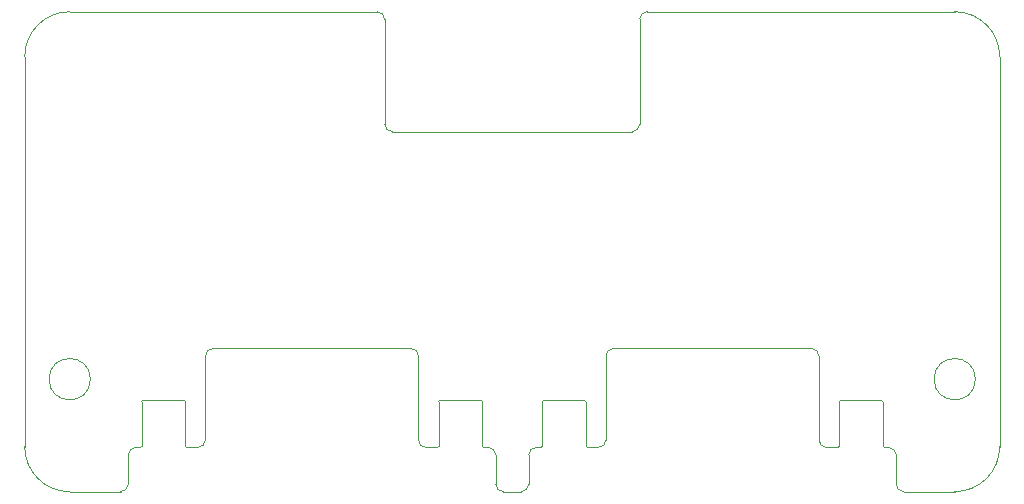
<source format=gm1>
%TF.GenerationSoftware,KiCad,Pcbnew,(5.1.8)-1*%
%TF.CreationDate,2021-02-22T12:03:38+01:00*%
%TF.ProjectId,Amiga Mouse Switch Faceplate A1,416d6967-6120-44d6-9f75-736520537769,rev?*%
%TF.SameCoordinates,Original*%
%TF.FileFunction,Profile,NP*%
%FSLAX46Y46*%
G04 Gerber Fmt 4.6, Leading zero omitted, Abs format (unit mm)*
G04 Created by KiCad (PCBNEW (5.1.8)-1) date 2021-02-22 12:03:38*
%MOMM*%
%LPD*%
G01*
G04 APERTURE LIST*
%TA.AperFunction,Profile*%
%ADD10C,0.050000*%
%TD*%
G04 APERTURE END LIST*
D10*
X178916000Y-102870000D02*
G75*
G03*
X178916000Y-102870000I-1751000J0D01*
G01*
X103986000Y-102870000D02*
G75*
G03*
X103986000Y-102870000I-1751000J0D01*
G01*
X171196000Y-108648500D02*
X171577000Y-108648500D01*
X170942000Y-104648000D02*
G75*
G02*
X171069000Y-104775000I0J-127000D01*
G01*
X170942000Y-104648000D02*
X167513000Y-104648000D01*
X167386000Y-104775000D02*
G75*
G02*
X167513000Y-104648000I127000J0D01*
G01*
X171196000Y-108648500D02*
G75*
G02*
X171069000Y-108521500I0J127000D01*
G01*
X167386000Y-104775000D02*
X167386000Y-108521500D01*
X171069000Y-108521500D02*
X171069000Y-104775000D01*
X167386000Y-108521500D02*
G75*
G02*
X167259000Y-108648500I-127000J0D01*
G01*
X137287000Y-108648500D02*
X137668000Y-108648500D01*
X137160000Y-108521500D02*
X137160000Y-104775000D01*
X133477000Y-108521500D02*
G75*
G02*
X133350000Y-108648500I-127000J0D01*
G01*
X133477000Y-104775000D02*
X133477000Y-108521500D01*
X137033000Y-104648000D02*
G75*
G02*
X137160000Y-104775000I0J-127000D01*
G01*
X137287000Y-108648500D02*
G75*
G02*
X137160000Y-108521500I0J127000D01*
G01*
X137033000Y-104648000D02*
X133604000Y-104648000D01*
X133477000Y-104775000D02*
G75*
G02*
X133604000Y-104648000I127000J0D01*
G01*
X146050000Y-108648500D02*
X147002500Y-108648500D01*
X145923000Y-108521500D02*
X145923000Y-104775000D01*
X142240000Y-108521500D02*
G75*
G02*
X142113000Y-108648500I-127000J0D01*
G01*
X142240000Y-104775000D02*
X142240000Y-108521500D01*
X145796000Y-104648000D02*
G75*
G02*
X145923000Y-104775000I0J-127000D01*
G01*
X146050000Y-108648500D02*
G75*
G02*
X145923000Y-108521500I0J127000D01*
G01*
X145796000Y-104648000D02*
X142367000Y-104648000D01*
X142240000Y-104775000D02*
G75*
G02*
X142367000Y-104648000I127000J0D01*
G01*
X112141000Y-108648500D02*
X113093500Y-108648500D01*
X108331000Y-108521500D02*
G75*
G02*
X108204000Y-108648500I-127000J0D01*
G01*
X108331000Y-104775000D02*
X108331000Y-108521500D01*
X108331000Y-104775000D02*
G75*
G02*
X108458000Y-104648000I127000J0D01*
G01*
X111887000Y-104648000D02*
X108458000Y-104648000D01*
X112141000Y-108648500D02*
G75*
G02*
X112014000Y-108521500I0J127000D01*
G01*
X111887000Y-104648000D02*
G75*
G02*
X112014000Y-104775000I0J-127000D01*
G01*
X112014000Y-108521500D02*
X112014000Y-104775000D01*
X106553000Y-112395000D02*
X102235000Y-112395000D01*
X138938000Y-112395000D02*
X140462000Y-112395000D01*
X151130000Y-71755000D02*
X177165000Y-71755000D01*
X147637500Y-108013500D02*
G75*
G02*
X147002500Y-108648500I-635000J0D01*
G01*
X148272500Y-100266500D02*
X165036500Y-100266500D01*
X147637500Y-100901500D02*
X147637500Y-108013500D01*
X141097000Y-109283500D02*
X141097000Y-111760000D01*
X172847000Y-112395000D02*
G75*
G02*
X172212000Y-111760000I0J635000D01*
G01*
X141097000Y-111760000D02*
G75*
G02*
X140462000Y-112395000I-635000J0D01*
G01*
X171577000Y-108648500D02*
G75*
G02*
X172212000Y-109283500I0J-635000D01*
G01*
X141097000Y-109283500D02*
G75*
G02*
X141732000Y-108648500I635000J0D01*
G01*
X166306500Y-108648500D02*
G75*
G02*
X165671500Y-108013500I0J635000D01*
G01*
X147637500Y-100901500D02*
G75*
G02*
X148272500Y-100266500I635000J0D01*
G01*
X165671500Y-100901500D02*
X165671500Y-108013500D01*
X166306500Y-108648500D02*
X167259000Y-108648500D01*
X172212000Y-109283500D02*
X172212000Y-111760000D01*
X141732000Y-108648500D02*
X142113000Y-108648500D01*
X165036500Y-100266500D02*
G75*
G02*
X165671500Y-100901500I0J-635000D01*
G01*
X138938000Y-112395000D02*
G75*
G02*
X138303000Y-111760000I0J635000D01*
G01*
X107188000Y-111760000D02*
G75*
G02*
X106553000Y-112395000I-635000J0D01*
G01*
X138303000Y-109283500D02*
X138303000Y-111760000D01*
X137668000Y-108648500D02*
G75*
G02*
X138303000Y-109283500I0J-635000D01*
G01*
X132397500Y-108648500D02*
X133350000Y-108648500D01*
X107188000Y-109283500D02*
X107188000Y-111760000D01*
X107823000Y-108648500D02*
X108204000Y-108648500D01*
X107188000Y-109283500D02*
G75*
G02*
X107823000Y-108648500I635000J0D01*
G01*
X132397500Y-108648500D02*
G75*
G02*
X131762500Y-108013500I0J635000D01*
G01*
X113728500Y-108013500D02*
G75*
G02*
X113093500Y-108648500I-635000J0D01*
G01*
X131127500Y-100266500D02*
G75*
G02*
X131762500Y-100901500I0J-635000D01*
G01*
X113728500Y-100901500D02*
G75*
G02*
X114363500Y-100266500I635000J0D01*
G01*
X131762500Y-100901500D02*
X131762500Y-108013500D01*
X113728500Y-100901500D02*
X113728500Y-108013500D01*
X114363500Y-100266500D02*
X131127500Y-100266500D01*
X128905000Y-81280000D02*
X128905000Y-72390000D01*
X149860000Y-81915000D02*
X129540000Y-81915000D01*
X150495000Y-81280000D02*
X150495000Y-72390000D01*
X150495000Y-72390000D02*
G75*
G02*
X151130000Y-71755000I635000J0D01*
G01*
X150495000Y-81280000D02*
G75*
G02*
X149860000Y-81915000I-635000J0D01*
G01*
X128270000Y-71755000D02*
G75*
G02*
X128905000Y-72390000I0J-635000D01*
G01*
X129540000Y-81915000D02*
G75*
G02*
X128905000Y-81280000I0J635000D01*
G01*
X180975000Y-108585000D02*
G75*
G02*
X177165000Y-112395000I-3810000J0D01*
G01*
X177165000Y-71755000D02*
G75*
G02*
X180975000Y-75565000I0J-3810000D01*
G01*
X98425000Y-75565000D02*
G75*
G02*
X102235000Y-71755000I3810000J0D01*
G01*
X102235000Y-112395000D02*
G75*
G02*
X98425000Y-108585000I0J3810000D01*
G01*
X177165000Y-112395000D02*
X172847000Y-112395000D01*
X180975000Y-75565000D02*
X180975000Y-108585000D01*
X102235000Y-71755000D02*
X128270000Y-71755000D01*
X98425000Y-108585000D02*
X98425000Y-75565000D01*
M02*

</source>
